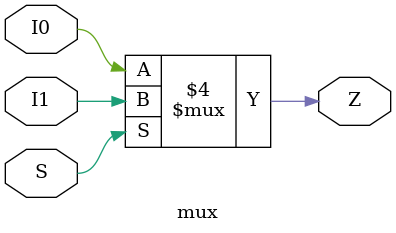
<source format=v>
module mux(I0, I1, S, Z);
  input I0, I1, S;
  output Z;
  reg Z;

  always @(I0, I1, S)
  begin
    if (S == 0) Z = I0;
    else Z = I1;
  end
endmodule

</source>
